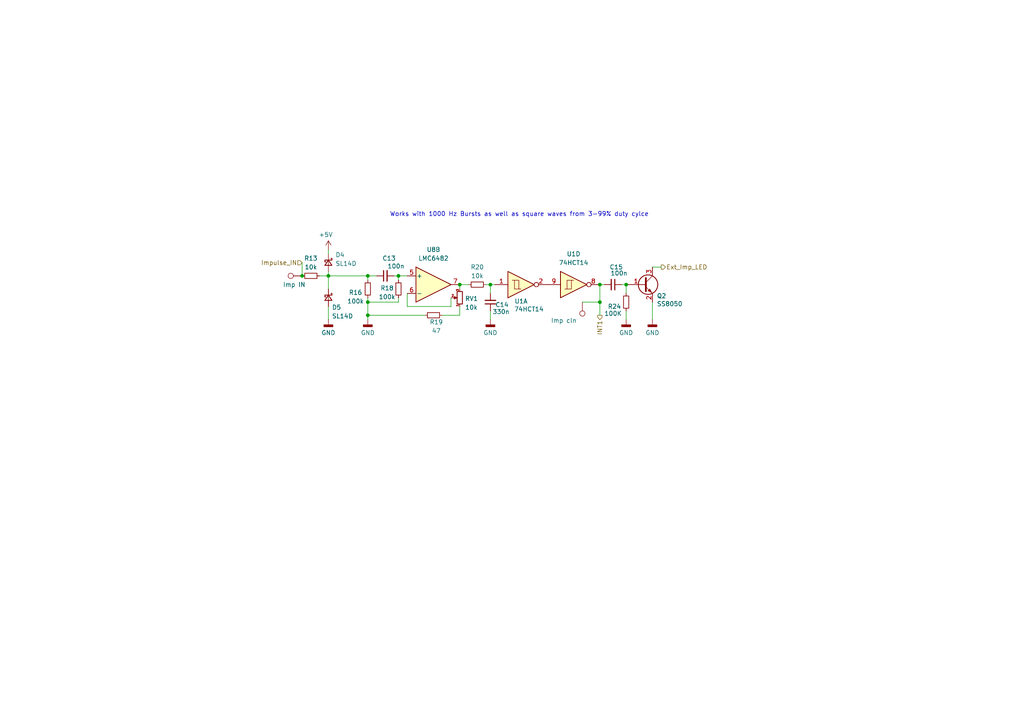
<source format=kicad_sch>
(kicad_sch (version 20231120) (generator "eeschema") (generator_version "8.0")
  (paper "A4")
  (lib_symbols
    (symbol "Amplifier_Operational:LMC6482" (pin_names (offset 0.127))
      (property "Reference" "U" (at 0 5.08 0))
      (property "Value" "LMC6482" (at 0 -5.08 0))
      (symbol "LMC6482_1_1"
        (polyline (pts (xy -5.08 5.08) (xy 5.08 0) (xy -5.08 -5.08) (xy -5.08 5.08)) (stroke (width 0.254)) (fill (type background)))
        (pin output line (at 7.62 0 180) (length 2.54) (name "~") (number "1"))
        (pin input line (at -7.62 -2.54 0) (length 2.54) (name "-") (number "2"))
        (pin input line (at -7.62 2.54 0) (length 2.54) (name "+") (number "3"))
      )
      (symbol "LMC6482_2_1"
        (polyline (pts (xy -5.08 5.08) (xy 5.08 0) (xy -5.08 -5.08) (xy -5.08 5.08)) (stroke (width 0.254)) (fill (type background)))
        (pin input line (at -7.62 2.54 0) (length 2.54) (name "+") (number "5"))
        (pin input line (at -7.62 -2.54 0) (length 2.54) (name "-") (number "6"))
        (pin output line (at 7.62 0 180) (length 2.54) (name "~") (number "7"))
      )
      (symbol "LMC6482_3_1"
        (pin power_in line (at -2.54 -7.62 90) (length 3.81) (name "V-") (number "4"))
        (pin power_in line (at -2.54 7.62 270) (length 3.81) (name "V+") (number "8"))
      )
    )
    (symbol "Device:C_Small" (pin_numbers hide) (pin_names (offset 0.254) hide)
      (property "Reference" "C" (at 0.254 1.778 0))
      (property "Value" "C_Small" (at 0.254 -2.032 0))
      (symbol "C_Small_0_1"
        (polyline (pts (xy -1.524 -0.508) (xy 1.524 -0.508)) (stroke (width 0.3302)))
        (polyline (pts (xy -1.524 0.508) (xy 1.524 0.508)) (stroke (width 0.3048)))
      )
      (symbol "C_Small_1_1"
        (pin passive line (at 0 2.54 270) (length 2.032) (name "~") (number "1"))
        (pin passive line (at 0 -2.54 90) (length 2.032) (name "~") (number "2"))
      )
    )
    (symbol "Device:D_Schottky_Small" (pin_numbers hide) (pin_names (offset 0.254) hide)
      (property "Reference" "D" (at -1.27 2.032 0))
      (property "Value" "D_Schottky_Small" (at -7.112 -2.032 0))
      (symbol "D_Schottky_Small_0_1"
        (polyline (pts (xy -0.762 0) (xy 0.762 0)))
        (polyline (pts (xy 0.762 -1.016) (xy -0.762 0) (xy 0.762 1.016) (xy 0.762 -1.016)) (stroke (width 0.254)))
        (polyline (pts (xy -1.27 0.762) (xy -1.27 1.016) (xy -0.762 1.016) (xy -0.762 -1.016) (xy -0.254 -1.016) (xy -0.254 -0.762)) (stroke (width 0.254)))
      )
      (symbol "D_Schottky_Small_1_1"
        (pin passive line (at -2.54 0 0) (length 1.778) (name "K") (number "1"))
        (pin passive line (at 2.54 0 180) (length 1.778) (name "A") (number "2"))
      )
    )
    (symbol "Device:R_Potentiometer_Small" (pin_names (offset 1.016) hide)
      (property "Reference" "RV" (at -4.445 0 90))
      (property "Value" "R_Potentiometer_Small" (at -2.54 0 90))
      (symbol "R_Potentiometer_Small_0_1"
        (polyline (pts (xy 0.889 0) (xy 0.635 0) (xy 1.651 0.381) (xy 1.651 -0.381) (xy 0.635 0) (xy 0.889 0)) (fill (type outline)))
        (rectangle (start 0.762 1.8034) (end -0.762 -1.8034) (stroke (width 0.254)))
      )
      (symbol "R_Potentiometer_Small_1_1"
        (pin passive line (at 0 2.54 270) (length 0.635) (name "1") (number "1"))
        (pin passive line (at 2.54 0 180) (length 0.9906) (name "2") (number "2"))
        (pin passive line (at 0 -2.54 90) (length 0.635) (name "3") (number "3"))
      )
    )
    (symbol "Device:R_Small" (pin_numbers hide) (pin_names (offset 0.254) hide)
      (property "Reference" "R" (at 0.762 0.508 0))
      (property "Value" "R_Small" (at 0.762 -1.016 0))
      (symbol "R_Small_0_1"
        (rectangle (start -0.762 1.778) (end 0.762 -1.778) (stroke (width 0.2032)))
      )
      (symbol "R_Small_1_1"
        (pin passive line (at 0 2.54 270) (length 0.762) (name "~") (number "1"))
        (pin passive line (at 0 -2.54 90) (length 0.762) (name "~") (number "2"))
      )
    )
    (symbol "Peacemans Teile:74HCT14" (pin_names (offset 1.016))
      (property "Reference" "U" (at 0 1.27 0))
      (property "Value" "74HCT14" (at 0 -1.27 0))
      (symbol "74HCT14_1_0"
        (polyline (pts (xy -3.81 3.81) (xy -3.81 -3.81) (xy 3.81 0) (xy -3.81 3.81)) (stroke (width 0.254)) (fill (type background)))
        (pin input line (at -7.62 0 0) (length 3.81) (name "~") (number "1"))
        (pin output inverted (at 7.62 0 180) (length 3.81) (name "~") (number "2"))
      )
      (symbol "74HCT14_1_1"
        (polyline (pts (xy -1.905 -1.27) (xy -1.905 1.27) (xy -0.635 1.27)))
        (polyline (pts (xy -2.54 -1.27) (xy -0.635 -1.27) (xy -0.635 1.27) (xy 0 1.27)))
      )
      (symbol "74HCT14_2_0"
        (polyline (pts (xy -3.81 3.81) (xy -3.81 -3.81) (xy 3.81 0) (xy -3.81 3.81)) (stroke (width 0.254)) (fill (type background)))
        (pin input line (at -7.62 0 0) (length 3.81) (name "~") (number "3"))
        (pin output inverted (at 7.62 0 180) (length 3.81) (name "~") (number "4"))
      )
      (symbol "74HCT14_2_1"
        (polyline (pts (xy -1.905 -1.27) (xy -1.905 1.27) (xy -0.635 1.27)))
        (polyline (pts (xy -2.54 -1.27) (xy -0.635 -1.27) (xy -0.635 1.27) (xy 0 1.27)))
      )
      (symbol "74HCT14_3_0"
        (polyline (pts (xy -3.81 3.81) (xy -3.81 -3.81) (xy 3.81 0) (xy -3.81 3.81)) (stroke (width 0.254)) (fill (type background)))
        (pin input line (at -7.62 0 0) (length 3.81) (name "~") (number "5"))
        (pin output inverted (at 7.62 0 180) (length 3.81) (name "~") (number "6"))
      )
      (symbol "74HCT14_3_1"
        (polyline (pts (xy -1.905 -1.27) (xy -1.905 1.27) (xy -0.635 1.27)))
        (polyline (pts (xy -2.54 -1.27) (xy -0.635 -1.27) (xy -0.635 1.27) (xy 0 1.27)))
      )
      (symbol "74HCT14_4_0"
        (polyline (pts (xy -3.81 3.81) (xy -3.81 -3.81) (xy 3.81 0) (xy -3.81 3.81)) (stroke (width 0.254)) (fill (type background)))
        (pin output inverted (at 7.62 0 180) (length 3.81) (name "~") (number "8"))
        (pin input line (at -7.62 0 0) (length 3.81) (name "~") (number "9"))
      )
      (symbol "74HCT14_4_1"
        (polyline (pts (xy -1.905 -1.27) (xy -1.905 1.27) (xy -0.635 1.27)))
        (polyline (pts (xy -2.54 -1.27) (xy -0.635 -1.27) (xy -0.635 1.27) (xy 0 1.27)))
      )
      (symbol "74HCT14_5_0"
        (polyline (pts (xy -3.81 3.81) (xy -3.81 -3.81) (xy 3.81 0) (xy -3.81 3.81)) (stroke (width 0.254)) (fill (type background)))
        (pin output inverted (at 7.62 0 180) (length 3.81) (name "~") (number "10"))
        (pin input line (at -7.62 0 0) (length 3.81) (name "~") (number "11"))
      )
      (symbol "74HCT14_5_1"
        (polyline (pts (xy -1.905 -1.27) (xy -1.905 1.27) (xy -0.635 1.27)))
        (polyline (pts (xy -2.54 -1.27) (xy -0.635 -1.27) (xy -0.635 1.27) (xy 0 1.27)))
      )
      (symbol "74HCT14_6_0"
        (polyline (pts (xy -3.81 3.81) (xy -3.81 -3.81) (xy 3.81 0) (xy -3.81 3.81)) (stroke (width 0.254)) (fill (type background)))
        (pin output inverted (at 7.62 0 180) (length 3.81) (name "~") (number "12"))
        (pin input line (at -7.62 0 0) (length 3.81) (name "~") (number "13"))
      )
      (symbol "74HCT14_6_1"
        (polyline (pts (xy -1.905 -1.27) (xy -1.905 1.27) (xy -0.635 1.27)))
        (polyline (pts (xy -2.54 -1.27) (xy -0.635 -1.27) (xy -0.635 1.27) (xy 0 1.27)))
      )
      (symbol "74HCT14_7_0"
        (pin power_in line (at 0 12.7 270) (length 5.08) (name "VCC") (number "14"))
        (pin power_in line (at 0 -12.7 90) (length 5.08) (name "GND") (number "7"))
      )
      (symbol "74HCT14_7_1"
        (rectangle (start -5.08 7.62) (end 5.08 -7.62) (stroke (width 0.254)) (fill (type background)))
      )
    )
    (symbol "Peacemans Teile:TestPoint_named" (pin_numbers hide) (pin_names (offset 0.762) hide)
      (symbol "TestPoint_named_0_1"
        (circle (center 0 3.302) (radius 0.762))
      )
      (symbol "TestPoint_named_1_1"
        (pin passive line (at 0 0 90) (length 2.54) (name "1") (number "1"))
      )
    )
    (symbol "Transistor_BJT:BC847" (pin_names (offset 0) hide)
      (property "Reference" "Q" (at 5.08 1.905 0))
      (property "Value" "BC847" (at 5.08 0 0))
      (symbol "BC847_0_1"
        (polyline (pts (xy 0.635 0.635) (xy 2.54 2.54)))
        (polyline (pts (xy 0.635 -0.635) (xy 2.54 -2.54) (xy 2.54 -2.54)))
        (polyline (pts (xy 0.635 1.905) (xy 0.635 -1.905) (xy 0.635 -1.905)) (stroke (width 0.508)))
        (polyline (pts (xy 1.27 -1.778) (xy 1.778 -1.27) (xy 2.286 -2.286) (xy 1.27 -1.778) (xy 1.27 -1.778)) (fill (type outline)))
        (circle (center 1.27 0) (radius 2.8194) (stroke (width 0.254)))
      )
      (symbol "BC847_1_1"
        (pin input line (at -5.08 0 0) (length 5.715) (name "B") (number "1"))
        (pin passive line (at 2.54 -5.08 90) (length 2.54) (name "E") (number "2"))
        (pin passive line (at 2.54 5.08 270) (length 2.54) (name "C") (number "3"))
      )
    )
    (symbol "power:+5V" (power) (pin_numbers hide) (pin_names (offset 0) hide)
      (property "Value" "+5V" (at 0 3.556 0))
      (symbol "+5V_0_1"
        (polyline (pts (xy -0.762 1.27) (xy 0 2.54)))
        (polyline (pts (xy 0 0) (xy 0 2.54)))
        (polyline (pts (xy 0 2.54) (xy 0.762 1.27)))
      )
      (symbol "+5V_1_1"
        (pin power_in line (at 0 0 90) (length 0) (name "~") (number "1"))
      )
    )
    (symbol "power:GNDD" (power) (pin_numbers hide) (pin_names (offset 0) hide)
      (property "Value" "GNDD" (at 0 -3.175 0))
      (symbol "GNDD_0_1"
        (rectangle (start -1.27 -1.524) (end 1.27 -2.032) (stroke (width 0.254)) (fill (type outline)))
        (polyline (pts (xy 0 0) (xy 0 -1.524)))
      )
      (symbol "GNDD_1_1"
        (pin power_in line (at 0 0 270) (length 0) (name "~") (number "1"))
      )
    )
  )
  (junction (at 106.68 80.01))
  (junction (at 181.61 82.55))
  (junction (at 133.35 82.55))
  (junction (at 115.57 80.01))
  (junction (at 173.99 82.55))
  (junction (at 95.25 80.01))
  (junction (at 106.68 87.63))
  (junction (at 173.99 87.63))
  (junction (at 106.68 91.44))
  (junction (at 87.63 80.01))
  (junction (at 142.24 82.55))
  (wire (pts (xy 95.25 80.01) (xy 106.68 80.01)))
  (wire (pts (xy 168.91 87.63) (xy 173.99 87.63)))
  (wire (pts (xy 180.34 82.55) (xy 181.61 82.55)))
  (wire (pts (xy 118.11 85.09) (xy 118.11 88.9)))
  (wire (pts (xy 115.57 80.01) (xy 118.11 80.01)))
  (wire (pts (xy 181.61 90.17) (xy 181.61 92.71)))
  (wire (pts (xy 92.71 80.01) (xy 95.25 80.01)))
  (wire (pts (xy 142.24 90.17) (xy 142.24 92.71)))
  (wire (pts (xy 95.25 88.9) (xy 95.25 92.71)))
  (wire (pts (xy 130.81 88.9) (xy 130.81 86.36)))
  (wire (pts (xy 106.68 80.01) (xy 106.68 81.28)))
  (wire (pts (xy 173.99 87.63) (xy 173.99 82.55)))
  (wire (pts (xy 133.35 82.55) (xy 135.89 82.55)))
  (wire (pts (xy 133.35 82.55) (xy 133.35 83.82)))
  (wire (pts (xy 115.57 87.63) (xy 106.68 87.63)))
  (wire (pts (xy 118.11 88.9) (xy 130.81 88.9)))
  (wire (pts (xy 115.57 86.36) (xy 115.57 87.63)))
  (wire (pts (xy 173.99 87.63) (xy 173.99 91.44)))
  (wire (pts (xy 115.57 81.28) (xy 115.57 80.01)))
  (wire (pts (xy 175.26 82.55) (xy 173.99 82.55)))
  (wire (pts (xy 142.24 82.55) (xy 142.24 85.09)))
  (wire (pts (xy 95.25 80.01) (xy 95.25 83.82)))
  (wire (pts (xy 87.63 76.2) (xy 87.63 80.01)))
  (wire (pts (xy 181.61 82.55) (xy 181.61 85.09)))
  (wire (pts (xy 95.25 78.74) (xy 95.25 80.01)))
  (wire (pts (xy 189.23 77.47) (xy 191.77 77.47)))
  (wire (pts (xy 95.25 72.39) (xy 95.25 73.66)))
  (wire (pts (xy 143.51 82.55) (xy 142.24 82.55)))
  (wire (pts (xy 114.3 80.01) (xy 115.57 80.01)))
  (wire (pts (xy 123.19 91.44) (xy 106.68 91.44)))
  (wire (pts (xy 106.68 92.71) (xy 106.68 91.44)))
  (wire (pts (xy 133.35 88.9) (xy 133.35 91.44)))
  (wire (pts (xy 106.68 87.63) (xy 106.68 91.44)))
  (wire (pts (xy 133.35 91.44) (xy 128.27 91.44)))
  (wire (pts (xy 140.97 82.55) (xy 142.24 82.55)))
  (wire (pts (xy 106.68 80.01) (xy 109.22 80.01)))
  (wire (pts (xy 106.68 86.36) (xy 106.68 87.63)))
  (wire (pts (xy 189.23 87.63) (xy 189.23 92.71)))
  (text "Works with 1000 Hz Bursts as well as square waves from 3-99% duty cylce" (at 150.622 62.23 0) (effects (font (size 1.27 1.27))))
  (hierarchical_label "Ext_Imp_LED" (shape output) (at 191.77 77.47 0))
  (hierarchical_label "Impulse_IN" (shape input) (at 87.63 76.2 180))
  (hierarchical_label "INT1" (shape output) (at 173.99 91.44 270))
  (symbol (lib_id "Device:C_Small") (at 111.76 80.01 90) (unit 1)
    (property "Reference" "C13" (at 114.808 74.93 90) (effects (justify left)))
    (property "Value" "100n" (at 117.348 77.216 90) (effects (justify left)))
    (property "Footprint" "Capacitor_SMD:C_0603_1608Metric" (effects (hide yes)))
  )
  (symbol (lib_id "power:GNDD") (at 95.25 92.71 0) (unit 1)
    (property "Reference" "#PWR031" (effects (hide yes)))
    (property "Value" "GND" (at 95.25 96.52 0))
    (property "Description" "Power symbol creates a global label with name \"GNDD\" , digital ground" (effects (hide yes)))
  )
  (symbol (lib_id "Peacemans Teile:TestPoint_named") (at 168.91 87.63 180) (unit 1)
    (property "Reference" "TP11" (effects (hide yes)))
    (property "Value" "Imp cln" (at 159.766 92.964 0) (effects (justify right)))
    (property "Footprint" "TestPoint:TestPoint_Pad_D1.0mm" (effects (hide yes)))
    (property "Description" "test point" (effects (hide yes)))
  )
  (symbol (lib_id "Peacemans Teile:TestPoint_named") (at 87.63 80.01 90) (unit 1)
    (property "Reference" "TP10" (effects (hide yes)))
    (property "Value" "Imp IN" (at 82.042 82.55 90) (effects (justify right)))
    (property "Footprint" "TestPoint:TestPoint_Pad_D1.0mm" (effects (hide yes)))
    (property "Description" "test point" (effects (hide yes)))
  )
  (symbol (lib_id "Transistor_BJT:BC847") (at 186.69 82.55 0) (unit 1)
    (property "Reference" "Q2" (at 190.5 85.8266 0) (effects (justify left)))
    (property "Value" "SS8050" (at 190.5 88.138 0) (effects (justify left)))
    (property "Footprint" "Package_TO_SOT_SMD:SOT-23" (effects (hide yes)))
    (property "Datasheet" "https://www.mouser.de/datasheet/2/308/BC846ALT1-D-1293035.pdf" (effects (hide yes)))
  )
  (symbol (lib_id "Device:R_Small") (at 181.61 87.63 0) (unit 1)
    (property "Reference" "R24" (at 176.276 88.9 0) (effects (justify left)))
    (property "Value" "100K" (at 175.26 90.932 0) (effects (justify left)))
    (property "Footprint" "Resistor_SMD:R_0603_1608Metric" (effects (hide yes)))
    (property "LCSC" "C26010" (effects (hide yes)))
    (property "Inventory" "B" (effects (hide yes)))
  )
  (symbol (lib_id "power:GNDD") (at 189.23 92.71 0) (unit 1)
    (property "Reference" "#PWR042" (effects (hide yes)))
    (property "Value" "GND" (at 189.23 96.52 0))
    (property "Description" "Power symbol creates a global label with name \"GNDD\" , digital ground" (effects (hide yes)))
  )
  (symbol (lib_id "power:GNDD") (at 181.61 92.71 0) (unit 1)
    (property "Reference" "#PWR037" (effects (hide yes)))
    (property "Value" "GND" (at 181.61 96.52 0))
    (property "Description" "Power symbol creates a global label with name \"GNDD\" , digital ground" (effects (hide yes)))
  )
  (symbol (lib_id "Device:R_Small") (at 90.17 80.01 270) (unit 1)
    (property "Reference" "R13" (at 90.17 74.93 90))
    (property "Value" "10k" (at 90.17 77.47 90))
    (property "Footprint" "Resistor_SMD:R_0603_1608Metric" (effects (hide yes)))
  )
  (symbol (lib_id "Device:R_Potentiometer_Small") (at 133.35 86.36 180) (unit 1)
    (property "Reference" "RV1" (at 134.874 86.614 0) (effects (justify right)))
    (property "Value" "10k" (at 134.874 89.154 0) (effects (justify right)))
    (property "Footprint" "easyEDA:RES-SMD_RK10J11R0A0H" (effects (hide yes)))
    (property "Description" "Potentiometer" (effects (hide yes)))
  )
  (symbol (lib_id "Peacemans Teile:74HCT14") (at 166.37 82.55 0) (unit 4)
    (property "Reference" "U1" (at 166.37 73.66 0))
    (property "Value" "74HCT14" (at 166.37 76.2 0))
    (property "Footprint" "Package_SO:TSSOP-14_4.4x5mm_P0.65mm" (effects (hide yes)))
    (property "Datasheet" "https://www.ti.com/lit/ds/symlink/sn74hct14.pdf" (effects (hide yes)))
    (property "Description" "Hex inverter schmitt trigger" (effects (hide yes)))
    (property "LCSC" "C5968" (effects (hide yes)))
  )
  (symbol (lib_id "Amplifier_Operational:LMC6482") (at 125.73 82.55 0) (unit 2)
    (property "Reference" "U8" (at 125.73 72.39 0))
    (property "Value" "LMC6482" (at 125.73 74.93 0))
    (property "Footprint" "Package_SO:SOIC-8_3.9x4.9mm_P1.27mm" (effects (hide yes)))
    (property "Datasheet" "http://www.ti.com/lit/ds/symlink/lmc6482.pdf" (effects (hide yes)))
    (property "Description" "Dual CMOS Rail-to-Rail Input and Output Operational Amplifier, DIP-8/SOIC-8, SSOP-8" (effects (hide yes)))
  )
  (symbol (lib_id "power:GNDD") (at 106.68 92.71 0) (unit 1)
    (property "Reference" "#PWR033" (effects (hide yes)))
    (property "Value" "GND" (at 106.68 96.52 0))
    (property "Description" "Power symbol creates a global label with name \"GNDD\" , digital ground" (effects (hide yes)))
  )
  (symbol (lib_id "Device:C_Small") (at 177.8 82.55 270) (unit 1)
    (property "Reference" "C15" (at 176.784 77.47 90) (effects (justify left)))
    (property "Value" "100n" (at 177.038 79.248 90) (effects (justify left)))
    (property "Footprint" "Capacitor_SMD:C_0603_1608Metric" (effects (hide yes)))
  )
  (symbol (lib_id "power:GNDD") (at 142.24 92.71 0) (unit 1)
    (property "Reference" "#PWR035" (effects (hide yes)))
    (property "Value" "GND" (at 142.24 96.52 0))
    (property "Description" "Power symbol creates a global label with name \"GNDD\" , digital ground" (effects (hide yes)))
  )
  (symbol (lib_id "Device:R_Small") (at 125.73 91.44 270) (unit 1)
    (property "Reference" "R19" (at 126.5555 93.4085 90))
    (property "Value" "47" (at 126.5555 95.9485 90))
    (property "Footprint" "Resistor_SMD:R_0603_1608Metric" (effects (hide yes)))
  )
  (symbol (lib_id "power:+5V") (at 95.25 72.39 0) (unit 1)
    (property "Reference" "#PWR030" (effects (hide yes)))
    (property "Value" "+5V" (at 94.488 68.072 0))
    (property "Description" "Power symbol creates a global label with name \"+5V\"" (effects (hide yes)))
  )
  (symbol (lib_id "Peacemans Teile:74HCT14") (at 151.13 82.55 0) (mirror x) (unit 1)
    (property "Reference" "U1" (at 151.13 87.376 0))
    (property "Value" "74HCT14" (at 153.416 89.662 0))
    (property "Footprint" "Package_SO:TSSOP-14_4.4x5mm_P0.65mm" (effects (hide yes)))
    (property "Datasheet" "https://www.ti.com/lit/ds/symlink/sn74hct14.pdf" (effects (hide yes)))
    (property "Description" "Hex inverter schmitt trigger" (effects (hide yes)))
    (property "LCSC" "C5968" (effects (hide yes)))
  )
  (symbol (lib_id "Device:R_Small") (at 106.68 83.82 180) (unit 1)
    (property "Reference" "R16" (at 103.124 84.836 0))
    (property "Value" "100k" (at 103.124 87.376 0))
    (property "Footprint" "Resistor_SMD:R_0603_1608Metric" (effects (hide yes)))
  )
  (symbol (lib_id "Device:R_Small") (at 138.43 82.55 270) (unit 1)
    (property "Reference" "R20" (at 138.43 77.47 90))
    (property "Value" "10k" (at 138.43 80.01 90))
    (property "Footprint" "Resistor_SMD:R_0603_1608Metric" (effects (hide yes)))
  )
  (symbol (lib_id "Device:D_Schottky_Small") (at 95.25 76.2 270) (unit 1)
    (property "Reference" "D4" (at 97.282 73.914 90) (effects (justify left)))
    (property "Value" "SL14D" (at 97.282 76.454 90) (effects (justify left)))
    (property "Footprint" "Diode_SMD:D_SMA" (effects (hide yes)))
    (property "Description" "Schottky diode, small symbol" (effects (hide yes)))
  )
  (symbol (lib_id "Device:C_Small") (at 142.24 87.63 180) (unit 1)
    (property "Reference" "C14" (at 147.574 88.392 0) (effects (justify left)))
    (property "Value" "330n" (at 147.828 90.424 0) (effects (justify left)))
    (property "Footprint" "Capacitor_SMD:C_0603_1608Metric" (effects (hide yes)))
  )
  (symbol (lib_id "Device:R_Small") (at 115.57 83.82 180) (unit 1)
    (property "Reference" "R18" (at 112.268 83.566 0))
    (property "Value" "100k" (at 112.268 86.106 0))
    (property "Footprint" "Resistor_SMD:R_0603_1608Metric" (effects (hide yes)))
  )
  (symbol (lib_id "Device:D_Schottky_Small") (at 95.25 86.36 270) (unit 1)
    (property "Reference" "D5" (at 96.266 89.154 90) (effects (justify left)))
    (property "Value" "SL14D" (at 96.266 91.694 90) (effects (justify left)))
    (property "Footprint" "Diode_SMD:D_SMA" (effects (hide yes)))
    (property "Description" "Schottky diode, small symbol" (effects (hide yes)))
  )
)
</source>
